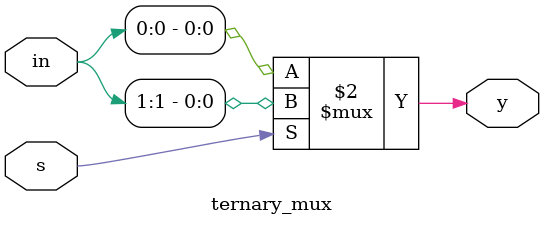
<source format=v>
module ternary_mux(in,s,y);
input [1:0] in;
input s;
output y;

assign y = s==0 ? in[0] : in[1];
endmodule

</source>
